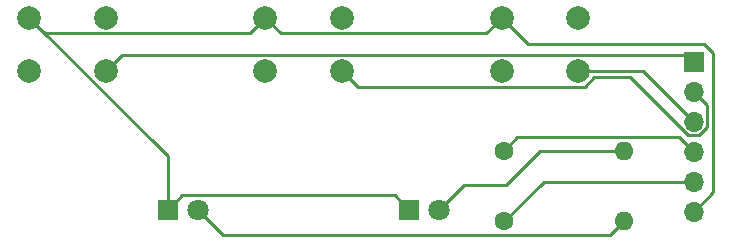
<source format=gbr>
%TF.GenerationSoftware,KiCad,Pcbnew,(7.0.0)*%
%TF.CreationDate,2023-03-30T11:39:36-04:00*%
%TF.ProjectId,console,636f6e73-6f6c-4652-9e6b-696361645f70,rev?*%
%TF.SameCoordinates,Original*%
%TF.FileFunction,Copper,L1,Top*%
%TF.FilePolarity,Positive*%
%FSLAX46Y46*%
G04 Gerber Fmt 4.6, Leading zero omitted, Abs format (unit mm)*
G04 Created by KiCad (PCBNEW (7.0.0)) date 2023-03-30 11:39:36*
%MOMM*%
%LPD*%
G01*
G04 APERTURE LIST*
%TA.AperFunction,ComponentPad*%
%ADD10C,2.000000*%
%TD*%
%TA.AperFunction,ComponentPad*%
%ADD11O,1.600000X1.600000*%
%TD*%
%TA.AperFunction,ComponentPad*%
%ADD12C,1.600000*%
%TD*%
%TA.AperFunction,ComponentPad*%
%ADD13O,1.700000X1.700000*%
%TD*%
%TA.AperFunction,ComponentPad*%
%ADD14R,1.700000X1.700000*%
%TD*%
%TA.AperFunction,ComponentPad*%
%ADD15C,1.800000*%
%TD*%
%TA.AperFunction,ComponentPad*%
%ADD16R,1.800000X1.800000*%
%TD*%
%TA.AperFunction,Conductor*%
%ADD17C,0.250000*%
%TD*%
G04 APERTURE END LIST*
D10*
%TO.P,EJECT,4*%
%TO.N,Net-(J2-Pin_3)*%
X168250000Y-64250000D03*
%TO.P,EJECT,3*%
%TO.N,unconnected-(S3-Pad3)*%
X168250000Y-59750000D03*
%TO.P,EJECT,2*%
%TO.N,unconnected-(S3-Pad2)*%
X161750000Y-64250000D03*
%TO.P,EJECT,1*%
%TO.N,Earth*%
X161750000Y-59750000D03*
%TD*%
%TO.P,HOME,1*%
%TO.N,Earth*%
X141750000Y-59750000D03*
%TO.P,HOME,2*%
%TO.N,unconnected-(S2-Pad2)*%
X141750000Y-64250000D03*
%TO.P,HOME,3*%
%TO.N,unconnected-(S2-Pad3)*%
X148250000Y-59750000D03*
%TO.P,HOME,4*%
%TO.N,Net-(J2-Pin_2)*%
X148250000Y-64250000D03*
%TD*%
%TO.P,POWER,1*%
%TO.N,Earth*%
X121750000Y-59750000D03*
%TO.P,POWER,2*%
%TO.N,unconnected-(S1-Pad2)*%
X121750000Y-64250000D03*
%TO.P,POWER,3*%
%TO.N,unconnected-(S1-Pad3)*%
X128250000Y-59750000D03*
%TO.P,POWER,4*%
%TO.N,Net-(J2-Pin_1)*%
X128250000Y-64250000D03*
%TD*%
D11*
%TO.P,R2,2*%
%TO.N,Net-(D1-A)*%
X172079999Y-76999999D03*
D12*
%TO.P,R2,1*%
%TO.N,Net-(J2-Pin_5)*%
X161920000Y-77000000D03*
%TD*%
%TO.P,R1,1*%
%TO.N,Net-(J2-Pin_4)*%
X161920000Y-71000000D03*
D11*
%TO.P,R1,2*%
%TO.N,Net-(D2-A)*%
X172079999Y-70999999D03*
%TD*%
D13*
%TO.P,CONNECTOR,6,Pin_6*%
%TO.N,Earth*%
X177999999Y-76159999D03*
%TO.P,CONNECTOR,5,Pin_5*%
%TO.N,Net-(J2-Pin_5)*%
X177999999Y-73619999D03*
%TO.P,CONNECTOR,4,Pin_4*%
%TO.N,Net-(J2-Pin_4)*%
X177999999Y-71079999D03*
%TO.P,CONNECTOR,3,Pin_3*%
%TO.N,Net-(J2-Pin_3)*%
X177999999Y-68539999D03*
%TO.P,CONNECTOR,2,Pin_2*%
%TO.N,Net-(J2-Pin_2)*%
X177999999Y-65999999D03*
D14*
%TO.P,CONNECTOR,1,Pin_1*%
%TO.N,Net-(J2-Pin_1)*%
X177999999Y-63459999D03*
%TD*%
D15*
%TO.P,GAMESTICK,2,A*%
%TO.N,Net-(D2-A)*%
X156460000Y-76000000D03*
D16*
%TO.P,GAMESTICK,1,K*%
%TO.N,Earth*%
X153919999Y-75999999D03*
%TD*%
D15*
%TO.P,POWER,2,A*%
%TO.N,Net-(D1-A)*%
X136000000Y-76000000D03*
D16*
%TO.P,POWER,1,K*%
%TO.N,Earth*%
X133459999Y-75999999D03*
%TD*%
D17*
%TO.N,Net-(J2-Pin_5)*%
X165300000Y-73620000D02*
X178000000Y-73620000D01*
X161920000Y-77000000D02*
X165300000Y-73620000D01*
%TO.N,Net-(D1-A)*%
X170955000Y-78125000D02*
X172080000Y-77000000D01*
X138125000Y-78125000D02*
X170955000Y-78125000D01*
X136000000Y-76000000D02*
X138125000Y-78125000D01*
%TO.N,Earth*%
X179625000Y-74535000D02*
X178000000Y-76160000D01*
X179625000Y-62735000D02*
X179625000Y-74535000D01*
X178890000Y-62000000D02*
X179625000Y-62735000D01*
X164000000Y-62000000D02*
X178890000Y-62000000D01*
X161750000Y-59750000D02*
X164000000Y-62000000D01*
X134685000Y-74775000D02*
X152695000Y-74775000D01*
X152695000Y-74775000D02*
X153920000Y-76000000D01*
X133460000Y-76000000D02*
X134685000Y-74775000D01*
X133460000Y-71460000D02*
X121750000Y-59750000D01*
X133460000Y-76000000D02*
X133460000Y-71460000D01*
X123075000Y-61075000D02*
X121750000Y-59750000D01*
X140425000Y-61075000D02*
X123075000Y-61075000D01*
X141750000Y-59750000D02*
X140425000Y-61075000D01*
X143075000Y-61075000D02*
X141750000Y-59750000D01*
X160425000Y-61075000D02*
X143075000Y-61075000D01*
X161750000Y-59750000D02*
X160425000Y-61075000D01*
%TO.N,Net-(J2-Pin_2)*%
X178486701Y-69715000D02*
X179175000Y-69026701D01*
X179175000Y-67175000D02*
X178000000Y-66000000D01*
X177513299Y-69715000D02*
X178486701Y-69715000D01*
X179175000Y-69026701D02*
X179175000Y-67175000D01*
X169575000Y-64798833D02*
X172597132Y-64798833D01*
X172597132Y-64798833D02*
X177513299Y-69715000D01*
X149575000Y-65575000D02*
X168798833Y-65575000D01*
X168798833Y-65575000D02*
X169575000Y-64798833D01*
X148250000Y-64250000D02*
X149575000Y-65575000D01*
%TO.N,Net-(D2-A)*%
X165000000Y-71000000D02*
X172080000Y-71000000D01*
X156460000Y-76000000D02*
X158535000Y-73925000D01*
X158535000Y-73925000D02*
X162075000Y-73925000D01*
X162075000Y-73925000D02*
X165000000Y-71000000D01*
%TO.N,Net-(J2-Pin_4)*%
X163045000Y-69875000D02*
X176795000Y-69875000D01*
X176795000Y-69875000D02*
X178000000Y-71080000D01*
X161920000Y-71000000D02*
X163045000Y-69875000D01*
%TO.N,Net-(J2-Pin_3)*%
X173710000Y-64250000D02*
X178000000Y-68540000D01*
X168250000Y-64250000D02*
X173710000Y-64250000D01*
%TO.N,Net-(J2-Pin_1)*%
X177465000Y-62925000D02*
X178000000Y-63460000D01*
X128250000Y-64250000D02*
X129575000Y-62925000D01*
X129575000Y-62925000D02*
X177465000Y-62925000D01*
%TD*%
M02*

</source>
